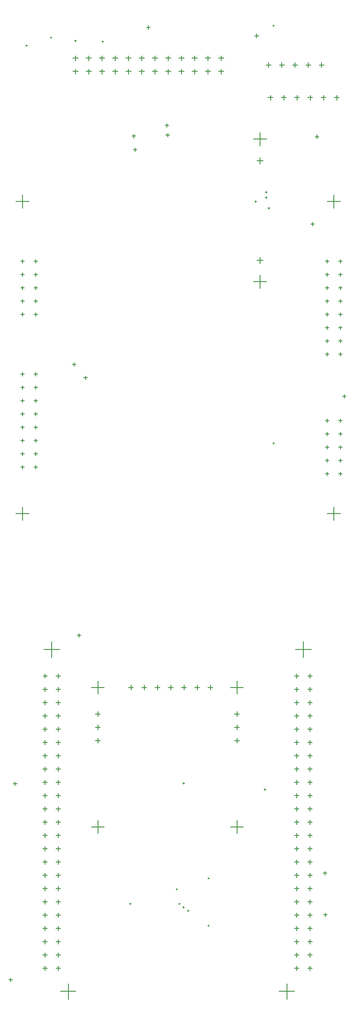
<source format=gbr>
G04 Layer_Color=128*
%FSLAX26Y26*%
%MOIN*%
%TF.FileFunction,Drillmap*%
%TF.Part,Single*%
G01*
G75*
%TA.AperFunction,NonConductor*%
%ADD48C,0.005000*%
D48*
X2039803Y2328676D02*
X2075236Y2328676D01*
X2057519Y2310960D02*
X2057519Y2346393D01*
X1939803Y2328676D02*
X1975236Y2328676D01*
X1957519Y2310960D02*
X1957519Y2346393D01*
X1839803Y2328676D02*
X1875236Y2328676D01*
X1857519Y2310960D02*
X1857519Y2346393D01*
X1739803Y2328676D02*
X1775236Y2328676D01*
X1757519Y2310960D02*
X1757519Y2346393D01*
X2139803Y2328676D02*
X2175236Y2328676D01*
X2157519Y2310960D02*
X2157519Y2346393D01*
X-149213Y1300000D02*
X-50787Y1300000D01*
X-100000Y1250787D02*
X-100000Y1349213D01*
X-149213Y-1050000D02*
X-50787Y-1050000D01*
X-100000Y-1099213D02*
X-100000Y-1000787D01*
X2200787Y1300000D02*
X2299213Y1300000D01*
X2250000Y1250787D02*
X2250000Y1349213D01*
X2200787Y-1050000D02*
X2299213Y-1050000D01*
X2250000Y-1099213D02*
X2250000Y-1000787D01*
X420649Y-3408322D02*
X515649Y-3408322D01*
X468149Y-3455822D02*
X468149Y-3360822D01*
X1470649Y-2358322D02*
X1565649Y-2358322D01*
X1518149Y-2405822D02*
X1518149Y-2310822D01*
X1470649Y-3408322D02*
X1565649Y-3408322D01*
X1518149Y-3455822D02*
X1518149Y-3360822D01*
X420649Y-2358322D02*
X515649Y-2358322D01*
X468149Y-2405822D02*
X468149Y-2310822D01*
X60945Y-2072500D02*
X179055Y-2072500D01*
X120000Y-2131555D02*
X120000Y-2013445D01*
X1960945Y-2072500D02*
X2079055Y-2072500D01*
X2020000Y-2131555D02*
X2020000Y-2013445D01*
X1835945Y-4647500D02*
X1954055Y-4647500D01*
X1895000Y-4706555D02*
X1895000Y-4588445D01*
X185945Y-4647500D02*
X304055Y-4647500D01*
X245000Y-4706555D02*
X245000Y-4588445D01*
X154252Y-2272500D02*
X185748Y-2272500D01*
X170000Y-2288248D02*
X170000Y-2256752D01*
X154252Y-2372500D02*
X185748Y-2372500D01*
X170000Y-2388248D02*
X170000Y-2356752D01*
X154252Y-2472500D02*
X185748Y-2472500D01*
X170000Y-2488248D02*
X170000Y-2456752D01*
X154252Y-2572500D02*
X185748Y-2572500D01*
X170000Y-2588248D02*
X170000Y-2556752D01*
X154252Y-2672500D02*
X185748Y-2672500D01*
X170000Y-2688248D02*
X170000Y-2656752D01*
X154252Y-2772500D02*
X185748Y-2772500D01*
X170000Y-2788248D02*
X170000Y-2756752D01*
X154252Y-2872500D02*
X185748Y-2872500D01*
X170000Y-2888248D02*
X170000Y-2856752D01*
X154252Y-2972500D02*
X185748Y-2972500D01*
X170000Y-2988248D02*
X170000Y-2956752D01*
X154252Y-3072500D02*
X185748Y-3072500D01*
X170000Y-3088248D02*
X170000Y-3056752D01*
X154252Y-3172500D02*
X185748Y-3172500D01*
X170000Y-3188248D02*
X170000Y-3156752D01*
X154252Y-3272500D02*
X185748Y-3272500D01*
X170000Y-3288248D02*
X170000Y-3256752D01*
X154252Y-3372500D02*
X185748Y-3372500D01*
X170000Y-3388248D02*
X170000Y-3356752D01*
X154252Y-3472500D02*
X185748Y-3472500D01*
X170000Y-3488248D02*
X170000Y-3456752D01*
X154252Y-3572500D02*
X185748Y-3572500D01*
X170000Y-3588248D02*
X170000Y-3556752D01*
X154252Y-3672500D02*
X185748Y-3672500D01*
X170000Y-3688248D02*
X170000Y-3656752D01*
X154252Y-3772500D02*
X185748Y-3772500D01*
X170000Y-3788248D02*
X170000Y-3756752D01*
X154252Y-3872500D02*
X185748Y-3872500D01*
X170000Y-3888248D02*
X170000Y-3856752D01*
X154252Y-3972500D02*
X185748Y-3972500D01*
X170000Y-3988248D02*
X170000Y-3956752D01*
X154252Y-4072500D02*
X185748Y-4072500D01*
X170000Y-4088248D02*
X170000Y-4056752D01*
X154252Y-4172500D02*
X185748Y-4172500D01*
X170000Y-4188248D02*
X170000Y-4156752D01*
X154252Y-4272500D02*
X185748Y-4272500D01*
X170000Y-4288248D02*
X170000Y-4256752D01*
X154252Y-4372500D02*
X185748Y-4372500D01*
X170000Y-4388248D02*
X170000Y-4356752D01*
X154252Y-4472500D02*
X185748Y-4472500D01*
X170000Y-4488248D02*
X170000Y-4456752D01*
X54252Y-2372500D02*
X85748Y-2372500D01*
X70000Y-2388248D02*
X70000Y-2356752D01*
X54252Y-2472500D02*
X85748Y-2472500D01*
X70000Y-2488248D02*
X70000Y-2456752D01*
X54252Y-2572500D02*
X85748Y-2572500D01*
X70000Y-2588248D02*
X70000Y-2556752D01*
X54252Y-2672500D02*
X85748Y-2672500D01*
X70000Y-2688248D02*
X70000Y-2656752D01*
X54252Y-2772500D02*
X85748Y-2772500D01*
X70000Y-2788248D02*
X70000Y-2756752D01*
X54252Y-2872500D02*
X85748Y-2872500D01*
X70000Y-2888248D02*
X70000Y-2856752D01*
X54252Y-2972500D02*
X85748Y-2972500D01*
X70000Y-2988248D02*
X70000Y-2956752D01*
X54252Y-3072500D02*
X85748Y-3072500D01*
X70000Y-3088248D02*
X70000Y-3056752D01*
X54252Y-3172500D02*
X85748Y-3172500D01*
X70000Y-3188248D02*
X70000Y-3156752D01*
X54252Y-3272500D02*
X85748Y-3272500D01*
X70000Y-3288248D02*
X70000Y-3256752D01*
X54252Y-3372500D02*
X85748Y-3372500D01*
X70000Y-3388248D02*
X70000Y-3356752D01*
X54252Y-3472500D02*
X85748Y-3472500D01*
X70000Y-3488248D02*
X70000Y-3456752D01*
X54252Y-3572500D02*
X85748Y-3572500D01*
X70000Y-3588248D02*
X70000Y-3556752D01*
X54252Y-3672500D02*
X85748Y-3672500D01*
X70000Y-3688248D02*
X70000Y-3656752D01*
X54252Y-3772500D02*
X85748Y-3772500D01*
X70000Y-3788248D02*
X70000Y-3756752D01*
X54252Y-3872500D02*
X85748Y-3872500D01*
X70000Y-3888248D02*
X70000Y-3856752D01*
X54252Y-3972500D02*
X85748Y-3972500D01*
X70000Y-3988248D02*
X70000Y-3956752D01*
X54252Y-4072500D02*
X85748Y-4072500D01*
X70000Y-4088248D02*
X70000Y-4056752D01*
X54252Y-4172500D02*
X85748Y-4172500D01*
X70000Y-4188248D02*
X70000Y-4156752D01*
X54252Y-4272500D02*
X85748Y-4272500D01*
X70000Y-4288248D02*
X70000Y-4256752D01*
X54252Y-4372500D02*
X85748Y-4372500D01*
X70000Y-4388248D02*
X70000Y-4356752D01*
X54252Y-4472500D02*
X85748Y-4472500D01*
X70000Y-4488248D02*
X70000Y-4456752D01*
X1954252Y-2272500D02*
X1985748Y-2272500D01*
X1970000Y-2288248D02*
X1970000Y-2256752D01*
X2054252Y-2272500D02*
X2085748Y-2272500D01*
X2070000Y-2288248D02*
X2070000Y-2256752D01*
X2054252Y-2372500D02*
X2085748Y-2372500D01*
X2070000Y-2388248D02*
X2070000Y-2356752D01*
X2054252Y-2472500D02*
X2085748Y-2472500D01*
X2070000Y-2488248D02*
X2070000Y-2456752D01*
X2054252Y-2572500D02*
X2085748Y-2572500D01*
X2070000Y-2588248D02*
X2070000Y-2556752D01*
X2054252Y-2672500D02*
X2085748Y-2672500D01*
X2070000Y-2688248D02*
X2070000Y-2656752D01*
X2054252Y-2772500D02*
X2085748Y-2772500D01*
X2070000Y-2788248D02*
X2070000Y-2756752D01*
X2054252Y-2872500D02*
X2085748Y-2872500D01*
X2070000Y-2888248D02*
X2070000Y-2856752D01*
X2054252Y-2972500D02*
X2085748Y-2972500D01*
X2070000Y-2988248D02*
X2070000Y-2956752D01*
X2054252Y-3072500D02*
X2085748Y-3072500D01*
X2070000Y-3088248D02*
X2070000Y-3056752D01*
X2054252Y-3172500D02*
X2085748Y-3172500D01*
X2070000Y-3188248D02*
X2070000Y-3156752D01*
X2054252Y-3272500D02*
X2085748Y-3272500D01*
X2070000Y-3288248D02*
X2070000Y-3256752D01*
X2054252Y-3372500D02*
X2085748Y-3372500D01*
X2070000Y-3388248D02*
X2070000Y-3356752D01*
X2054252Y-3472500D02*
X2085748Y-3472500D01*
X2070000Y-3488248D02*
X2070000Y-3456752D01*
X2054252Y-3572500D02*
X2085748Y-3572500D01*
X2070000Y-3588248D02*
X2070000Y-3556752D01*
X2054252Y-3672500D02*
X2085748Y-3672500D01*
X2070000Y-3688248D02*
X2070000Y-3656752D01*
X2054252Y-3772500D02*
X2085748Y-3772500D01*
X2070000Y-3788248D02*
X2070000Y-3756752D01*
X2054252Y-3872500D02*
X2085748Y-3872500D01*
X2070000Y-3888248D02*
X2070000Y-3856752D01*
X2054252Y-3972500D02*
X2085748Y-3972500D01*
X2070000Y-3988248D02*
X2070000Y-3956752D01*
X2054252Y-4072500D02*
X2085748Y-4072500D01*
X2070000Y-4088248D02*
X2070000Y-4056752D01*
X2054252Y-4172500D02*
X2085748Y-4172500D01*
X2070000Y-4188248D02*
X2070000Y-4156752D01*
X2054252Y-4272500D02*
X2085748Y-4272500D01*
X2070000Y-4288248D02*
X2070000Y-4256752D01*
X2054252Y-4372500D02*
X2085748Y-4372500D01*
X2070000Y-4388248D02*
X2070000Y-4356752D01*
X2054252Y-4472500D02*
X2085748Y-4472500D01*
X2070000Y-4488248D02*
X2070000Y-4456752D01*
X1954252Y-2372500D02*
X1985748Y-2372500D01*
X1970000Y-2388248D02*
X1970000Y-2356752D01*
X1954252Y-2472500D02*
X1985748Y-2472500D01*
X1970000Y-2488248D02*
X1970000Y-2456752D01*
X1954252Y-2572500D02*
X1985748Y-2572500D01*
X1970000Y-2588248D02*
X1970000Y-2556752D01*
X1954252Y-2672500D02*
X1985748Y-2672500D01*
X1970000Y-2688248D02*
X1970000Y-2656752D01*
X1954252Y-2772500D02*
X1985748Y-2772500D01*
X1970000Y-2788248D02*
X1970000Y-2756752D01*
X1954252Y-2872500D02*
X1985748Y-2872500D01*
X1970000Y-2888248D02*
X1970000Y-2856752D01*
X1954252Y-2972500D02*
X1985748Y-2972500D01*
X1970000Y-2988248D02*
X1970000Y-2956752D01*
X1954252Y-3072500D02*
X1985748Y-3072500D01*
X1970000Y-3088248D02*
X1970000Y-3056752D01*
X1954252Y-3172500D02*
X1985748Y-3172500D01*
X1970000Y-3188248D02*
X1970000Y-3156752D01*
X1954252Y-3272500D02*
X1985748Y-3272500D01*
X1970000Y-3288248D02*
X1970000Y-3256752D01*
X1954252Y-3372500D02*
X1985748Y-3372500D01*
X1970000Y-3388248D02*
X1970000Y-3356752D01*
X1954252Y-3472500D02*
X1985748Y-3472500D01*
X1970000Y-3488248D02*
X1970000Y-3456752D01*
X1954252Y-3572500D02*
X1985748Y-3572500D01*
X1970000Y-3588248D02*
X1970000Y-3556752D01*
X1954252Y-3672500D02*
X1985748Y-3672500D01*
X1970000Y-3688248D02*
X1970000Y-3656752D01*
X1954252Y-3772500D02*
X1985748Y-3772500D01*
X1970000Y-3788248D02*
X1970000Y-3756752D01*
X1954252Y-3872500D02*
X1985748Y-3872500D01*
X1970000Y-3888248D02*
X1970000Y-3856752D01*
X1954252Y-3972500D02*
X1985748Y-3972500D01*
X1970000Y-3988248D02*
X1970000Y-3956752D01*
X1954252Y-4072500D02*
X1985748Y-4072500D01*
X1970000Y-4088248D02*
X1970000Y-4056752D01*
X1954252Y-4172500D02*
X1985748Y-4172500D01*
X1970000Y-4188248D02*
X1970000Y-4156752D01*
X1954252Y-4272500D02*
X1985748Y-4272500D01*
X1970000Y-4288248D02*
X1970000Y-4256752D01*
X1954252Y-4372500D02*
X1985748Y-4372500D01*
X1970000Y-4388248D02*
X1970000Y-4356752D01*
X1954252Y-4472500D02*
X1985748Y-4472500D01*
X1970000Y-4488248D02*
X1970000Y-4456752D01*
X55000Y-2272500D02*
X85000Y-2272500D01*
X70000Y-2287500D02*
X70000Y-2257500D01*
X-13976Y-700000D02*
X13976Y-700000D01*
X0Y-713976D02*
X0Y-686024D01*
X-13976Y-600000D02*
X13976Y-600000D01*
X0Y-613976D02*
X0Y-586024D01*
X-13976Y-500000D02*
X13976Y-500000D01*
X0Y-513976D02*
X0Y-486024D01*
X-113976Y-700000D02*
X-86024Y-700000D01*
X-100000Y-713976D02*
X-100000Y-686024D01*
X-113976Y-600000D02*
X-86024Y-600000D01*
X-100000Y-613976D02*
X-100000Y-586024D01*
X-113976Y-500000D02*
X-86024Y-500000D01*
X-100000Y-513976D02*
X-100000Y-486024D01*
X-13976Y-400000D02*
X13976Y-400000D01*
X0Y-413976D02*
X0Y-386024D01*
X-13976Y-300000D02*
X13976Y-300000D01*
X0Y-313976D02*
X0Y-286024D01*
X-13976Y-200000D02*
X13976Y-200000D01*
X0Y-213976D02*
X0Y-186024D01*
X-13976Y-100000D02*
X13976Y-100000D01*
X0Y-113976D02*
X0Y-86024D01*
X-13976Y0D02*
X13976Y0D01*
X0Y-13976D02*
X0Y13976D01*
X-113976Y-400000D02*
X-86024Y-400000D01*
X-100000Y-413976D02*
X-100000Y-386024D01*
X-113976Y-300000D02*
X-86024Y-300000D01*
X-100000Y-313976D02*
X-100000Y-286024D01*
X-113976Y-200000D02*
X-86024Y-200000D01*
X-100000Y-213976D02*
X-100000Y-186024D01*
X-113976Y-100000D02*
X-86024Y-100000D01*
X-100000Y-113976D02*
X-100000Y-86024D01*
X-113976Y0D02*
X-86024Y0D01*
X-100000Y-13976D02*
X-100000Y13976D01*
X2286024Y150000D02*
X2313976Y150000D01*
X2300000Y136024D02*
X2300000Y163976D01*
X2286024Y250000D02*
X2313976Y250000D01*
X2300000Y236024D02*
X2300000Y263976D01*
X2286024Y350000D02*
X2313976Y350000D01*
X2300000Y336024D02*
X2300000Y363976D01*
X2186024Y150000D02*
X2213976Y150000D01*
X2200000Y136024D02*
X2200000Y163976D01*
X2186024Y250000D02*
X2213976Y250000D01*
X2200000Y236024D02*
X2200000Y263976D01*
X2186024Y350000D02*
X2213976Y350000D01*
X2200000Y336024D02*
X2200000Y363976D01*
X2286024Y450000D02*
X2313976Y450000D01*
X2300000Y436024D02*
X2300000Y463976D01*
X2286024Y550000D02*
X2313976Y550000D01*
X2300000Y536024D02*
X2300000Y563976D01*
X2286024Y650000D02*
X2313976Y650000D01*
X2300000Y636024D02*
X2300000Y663976D01*
X2286024Y750000D02*
X2313976Y750000D01*
X2300000Y736024D02*
X2300000Y763976D01*
X2286024Y850000D02*
X2313976Y850000D01*
X2300000Y836024D02*
X2300000Y863976D01*
X2186024Y450000D02*
X2213976Y450000D01*
X2200000Y436024D02*
X2200000Y463976D01*
X2186024Y550000D02*
X2213976Y550000D01*
X2200000Y536024D02*
X2200000Y563976D01*
X2186024Y650000D02*
X2213976Y650000D01*
X2200000Y636024D02*
X2200000Y663976D01*
X2186024Y750000D02*
X2213976Y750000D01*
X2200000Y736024D02*
X2200000Y763976D01*
X2186024Y850000D02*
X2213976Y850000D01*
X2200000Y836024D02*
X2200000Y863976D01*
X2254283Y2083000D02*
X2289716Y2083000D01*
X2271999Y2065284D02*
X2271999Y2100717D01*
X2154283Y2083000D02*
X2189716Y2083000D01*
X2171999Y2065284D02*
X2171999Y2100717D01*
X2054283Y2083000D02*
X2089716Y2083000D01*
X2071999Y2065284D02*
X2071999Y2100717D01*
X1954283Y2083000D02*
X1989716Y2083000D01*
X1971999Y2065284D02*
X1971999Y2100717D01*
X1854283Y2083000D02*
X1889716Y2083000D01*
X1871999Y2065284D02*
X1871999Y2100717D01*
X1754283Y2083000D02*
X1789716Y2083000D01*
X1771999Y2065284D02*
X1771999Y2100717D01*
X1100432Y-2358322D02*
X1135865Y-2358322D01*
X1118149Y-2376039D02*
X1118149Y-2340606D01*
X1300432Y-2358322D02*
X1335865Y-2358322D01*
X1318149Y-2376039D02*
X1318149Y-2340606D01*
X1200432Y-2358322D02*
X1235865Y-2358322D01*
X1218149Y-2376039D02*
X1218149Y-2340606D01*
X1000432Y-2358322D02*
X1035865Y-2358322D01*
X1018149Y-2376039D02*
X1018149Y-2340606D01*
X900432Y-2358322D02*
X935865Y-2358322D01*
X918149Y-2376039D02*
X918149Y-2340606D01*
X800432Y-2358322D02*
X835865Y-2358322D01*
X818149Y-2376039D02*
X818149Y-2340606D01*
X700432Y-2358322D02*
X735865Y-2358322D01*
X718149Y-2376039D02*
X718149Y-2340606D01*
X1500432Y-2758322D02*
X1535865Y-2758322D01*
X1518149Y-2776039D02*
X1518149Y-2740606D01*
X1500432Y-2658322D02*
X1535865Y-2658322D01*
X1518149Y-2676039D02*
X1518149Y-2640606D01*
X1500432Y-2558322D02*
X1535865Y-2558322D01*
X1518149Y-2576039D02*
X1518149Y-2540606D01*
X450432Y-2758322D02*
X485865Y-2758322D01*
X468149Y-2776039D02*
X468149Y-2740606D01*
X450432Y-2658322D02*
X485865Y-2658322D01*
X468149Y-2676039D02*
X468149Y-2640606D01*
X450432Y-2558322D02*
X485865Y-2558322D01*
X468149Y-2576039D02*
X468149Y-2540606D01*
X1644197Y696760D02*
X1744197Y696760D01*
X1694197Y646760D02*
X1694197Y746760D01*
X1644197Y1769160D02*
X1744197Y1769160D01*
X1694197Y1719160D02*
X1694197Y1819160D01*
X1670697Y1607260D02*
X1717697Y1607260D01*
X1694197Y1583760D02*
X1694197Y1630760D01*
X1669097Y858660D02*
X1716097Y858660D01*
X1692597Y835160D02*
X1692597Y882160D01*
X2186024Y-750000D02*
X2213976Y-750000D01*
X2200000Y-763976D02*
X2200000Y-736024D01*
X2186024Y-650000D02*
X2213976Y-650000D01*
X2200000Y-663976D02*
X2200000Y-636024D01*
X2186024Y-550000D02*
X2213976Y-550000D01*
X2200000Y-563976D02*
X2200000Y-536024D01*
X2186024Y-450000D02*
X2213976Y-450000D01*
X2200000Y-463976D02*
X2200000Y-436024D01*
X2186024Y-350000D02*
X2213976Y-350000D01*
X2200000Y-363976D02*
X2200000Y-336024D01*
X2286024Y-750000D02*
X2313976Y-750000D01*
X2300000Y-763976D02*
X2300000Y-736024D01*
X2286024Y-650000D02*
X2313976Y-650000D01*
X2300000Y-663976D02*
X2300000Y-636024D01*
X2286024Y-550000D02*
X2313976Y-550000D01*
X2300000Y-563976D02*
X2300000Y-536024D01*
X2286024Y-450000D02*
X2313976Y-450000D01*
X2300000Y-463976D02*
X2300000Y-436024D01*
X2286024Y-350000D02*
X2313976Y-350000D01*
X2300000Y-363976D02*
X2300000Y-336024D01*
X381299Y2380000D02*
X418701Y2380000D01*
X400000Y2361299D02*
X400000Y2398701D01*
X381299Y2280000D02*
X418701Y2280000D01*
X400000Y2261299D02*
X400000Y2298701D01*
X481299Y2280000D02*
X518701Y2280000D01*
X500000Y2261299D02*
X500000Y2298701D01*
X581299Y2280000D02*
X618701Y2280000D01*
X600000Y2261299D02*
X600000Y2298701D01*
X681299Y2280000D02*
X718701Y2280000D01*
X700000Y2261299D02*
X700000Y2298701D01*
X781299Y2280000D02*
X818701Y2280000D01*
X800000Y2261299D02*
X800000Y2298701D01*
X881299Y2280000D02*
X918701Y2280000D01*
X900000Y2261299D02*
X900000Y2298701D01*
X981299Y2280000D02*
X1018701Y2280000D01*
X1000000Y2261299D02*
X1000000Y2298701D01*
X1081299Y2280000D02*
X1118701Y2280000D01*
X1100000Y2261299D02*
X1100000Y2298701D01*
X1181299Y2280000D02*
X1218701Y2280000D01*
X1200000Y2261299D02*
X1200000Y2298701D01*
X1281299Y2280000D02*
X1318701Y2280000D01*
X1300000Y2261299D02*
X1300000Y2298701D01*
X1381299Y2280000D02*
X1418701Y2280000D01*
X1400000Y2261299D02*
X1400000Y2298701D01*
X481299Y2380000D02*
X518701Y2380000D01*
X500000Y2361299D02*
X500000Y2398701D01*
X581299Y2380000D02*
X618701Y2380000D01*
X600000Y2361299D02*
X600000Y2398701D01*
X681299Y2380000D02*
X718701Y2380000D01*
X700000Y2361299D02*
X700000Y2398701D01*
X781299Y2380000D02*
X818701Y2380000D01*
X800000Y2361299D02*
X800000Y2398701D01*
X881299Y2380000D02*
X918701Y2380000D01*
X900000Y2361299D02*
X900000Y2398701D01*
X981299Y2380000D02*
X1018701Y2380000D01*
X1000000Y2361299D02*
X1000000Y2398701D01*
X1081299Y2380000D02*
X1118701Y2380000D01*
X1100000Y2361299D02*
X1100000Y2398701D01*
X1181299Y2380000D02*
X1218701Y2380000D01*
X1200000Y2361299D02*
X1200000Y2398701D01*
X1281299Y2380000D02*
X1318701Y2380000D01*
X1300000Y2361299D02*
X1300000Y2398701D01*
X1381299Y2380000D02*
X1418701Y2380000D01*
X1400000Y2361299D02*
X1400000Y2398701D01*
X281299Y2280000D02*
X318701Y2280000D01*
X300000Y2261299D02*
X300000Y2298701D01*
X281299Y2380000D02*
X318701Y2380000D01*
X300000Y2361299D02*
X300000Y2398701D01*
X-113976Y450000D02*
X-86024Y450000D01*
X-100000Y436024D02*
X-100000Y463976D01*
X-113976Y550000D02*
X-86024Y550000D01*
X-100000Y536024D02*
X-100000Y563976D01*
X-113976Y650000D02*
X-86024Y650000D01*
X-100000Y636024D02*
X-100000Y663976D01*
X-113976Y750000D02*
X-86024Y750000D01*
X-100000Y736024D02*
X-100000Y763976D01*
X-113976Y850000D02*
X-86024Y850000D01*
X-100000Y836024D02*
X-100000Y863976D01*
X-13976Y450000D02*
X13976Y450000D01*
X0Y436024D02*
X0Y463976D01*
X-13976Y550000D02*
X13976Y550000D01*
X0Y536024D02*
X0Y563976D01*
X-13976Y650000D02*
X13976Y650000D01*
X0Y636024D02*
X0Y663976D01*
X-13976Y750000D02*
X13976Y750000D01*
X0Y736024D02*
X0Y763976D01*
X-13976Y850000D02*
X13976Y850000D01*
X0Y836024D02*
X0Y863976D01*
X1653519Y2548676D02*
X1681519Y2548676D01*
X1667519Y2534676D02*
X1667519Y2562676D01*
X2108519Y1788676D02*
X2136519Y1788676D01*
X2122519Y1774676D02*
X2122519Y1802676D01*
X2316000Y-165000D02*
X2344000Y-165000D01*
X2330000Y-179000D02*
X2330000Y-151000D01*
X835000Y2612000D02*
X863000Y2612000D01*
X849000Y2598000D02*
X849000Y2626000D01*
X1734094Y1370000D02*
X1745906Y1370000D01*
X1740000Y1364094D02*
X1740000Y1375906D01*
X109094Y2535000D02*
X120906Y2535000D01*
X115000Y2529095D02*
X115000Y2540905D01*
X-170000Y-3083000D02*
X-142000Y-3083000D01*
X-156000Y-3097000D02*
X-156000Y-3069000D01*
X1109094Y-4013000D02*
X1120906Y-4013000D01*
X1115000Y-4018905D02*
X1115000Y-4007095D01*
X1111094Y-3079000D02*
X1122906Y-3079000D01*
X1117000Y-3084905D02*
X1117000Y-3073095D01*
X-204000Y-4560000D02*
X-176000Y-4560000D01*
X-190000Y-4574000D02*
X-190000Y-4546000D01*
X1723724Y-3125307D02*
X1735535Y-3125307D01*
X1729630Y-3131213D02*
X1729630Y-3119402D01*
X1058370Y-3877276D02*
X1070181Y-3877276D01*
X1064276Y-3883181D02*
X1064276Y-3871370D01*
X1144984Y-4038693D02*
X1156795Y-4038693D01*
X1150890Y-4044598D02*
X1150890Y-4032787D01*
X707976Y-3987512D02*
X719787Y-3987512D01*
X713882Y-3993417D02*
X713882Y-3981606D01*
X1298528Y-4151370D02*
X1310339Y-4151370D01*
X1304433Y-4157276D02*
X1304433Y-4145465D01*
X1298528Y-3794598D02*
X1310339Y-3794598D01*
X1304433Y-3800504D02*
X1304433Y-3788693D01*
X2168386Y-3755228D02*
X2196386Y-3755228D01*
X2182386Y-3769228D02*
X2182386Y-3741228D01*
X2172323Y-4070189D02*
X2200323Y-4070189D01*
X2186323Y-4084189D02*
X2186323Y-4056189D01*
X976000Y1875000D02*
X1004000Y1875000D01*
X990000Y1861000D02*
X990000Y1889000D01*
X981000Y1800000D02*
X1009000Y1800000D01*
X995000Y1786000D02*
X995000Y1814000D01*
X2076000Y1130000D02*
X2104000Y1130000D01*
X2090000Y1116000D02*
X2090000Y1144000D01*
X1078055Y-3987512D02*
X1089866Y-3987512D01*
X1083961Y-3993417D02*
X1083961Y-3981606D01*
X726000Y1793000D02*
X754000Y1793000D01*
X740000Y1779000D02*
X740000Y1807000D01*
X313000Y-1965000D02*
X341000Y-1965000D01*
X327000Y-1979000D02*
X327000Y-1951000D01*
X1734094Y1330000D02*
X1745906Y1330000D01*
X1740000Y1324094D02*
X1740000Y1335906D01*
X1654094Y1300000D02*
X1665906Y1300000D01*
X1660000Y1294094D02*
X1660000Y1305906D01*
X1754094Y1250000D02*
X1765906Y1250000D01*
X1760000Y1244094D02*
X1760000Y1255906D01*
X361000Y-25000D02*
X389000Y-25000D01*
X375000Y-39000D02*
X375000Y-11000D01*
X276000Y75000D02*
X304000Y75000D01*
X290000Y61000D02*
X290000Y89000D01*
X1789094Y-520000D02*
X1800906Y-520000D01*
X1795000Y-525905D02*
X1795000Y-514095D01*
X1789094Y2625000D02*
X1800906Y2625000D01*
X1795000Y2619095D02*
X1795000Y2630905D01*
X-75906Y2475000D02*
X-64094Y2475000D01*
X-70000Y2469095D02*
X-70000Y2480905D01*
X294094Y2510000D02*
X305906Y2510000D01*
X300000Y2504095D02*
X300000Y2515905D01*
X499094Y2505000D02*
X510906Y2505000D01*
X505000Y2499095D02*
X505000Y2510905D01*
X736000Y1690000D02*
X764000Y1690000D01*
X750000Y1676000D02*
X750000Y1704000D01*
%TF.MD5,8c1d7ae13d983e9f86e3c552df756deb*%
M02*

</source>
